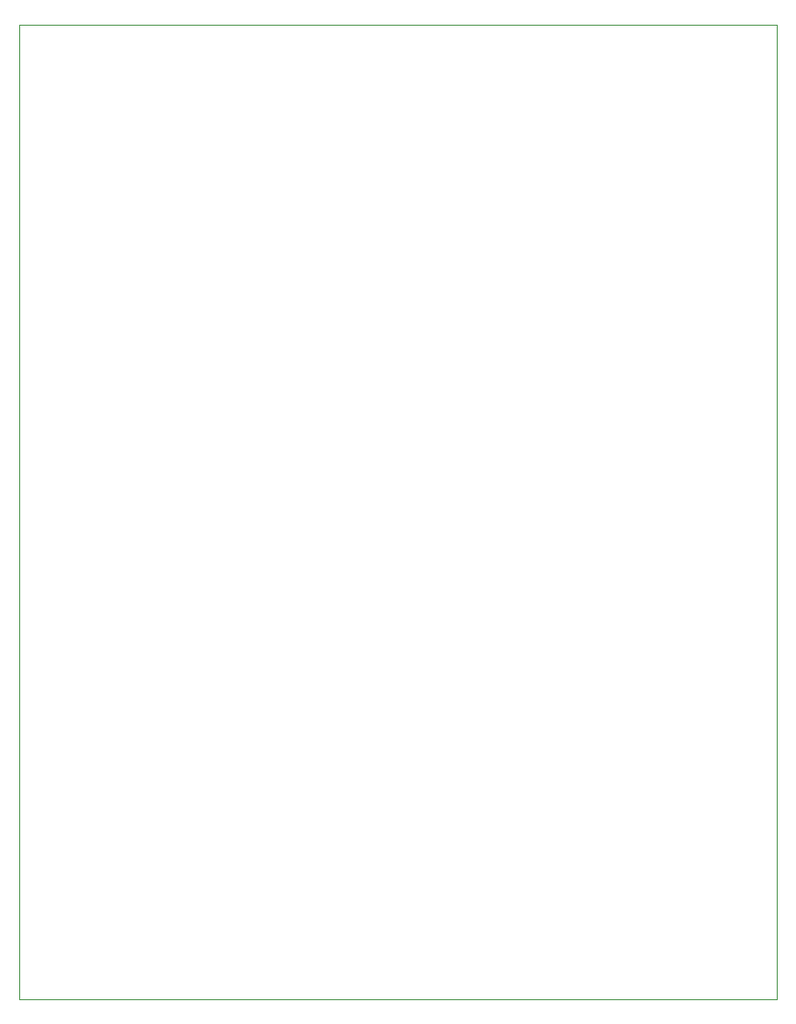
<source format=gbr>
%TF.GenerationSoftware,KiCad,Pcbnew,7.0.6*%
%TF.CreationDate,2023-12-03T11:12:56+09:00*%
%TF.ProjectId,skku-bus,736b6b75-2d62-4757-932e-6b696361645f,rev?*%
%TF.SameCoordinates,Original*%
%TF.FileFunction,Profile,NP*%
%FSLAX46Y46*%
G04 Gerber Fmt 4.6, Leading zero omitted, Abs format (unit mm)*
G04 Created by KiCad (PCBNEW 7.0.6) date 2023-12-03 11:12:56*
%MOMM*%
%LPD*%
G01*
G04 APERTURE LIST*
%TA.AperFunction,Profile*%
%ADD10C,0.100000*%
%TD*%
G04 APERTURE END LIST*
D10*
X80000000Y-60000000D02*
X150000000Y-60000000D01*
X150000000Y-150000000D01*
X80000000Y-150000000D01*
X80000000Y-60000000D01*
M02*

</source>
